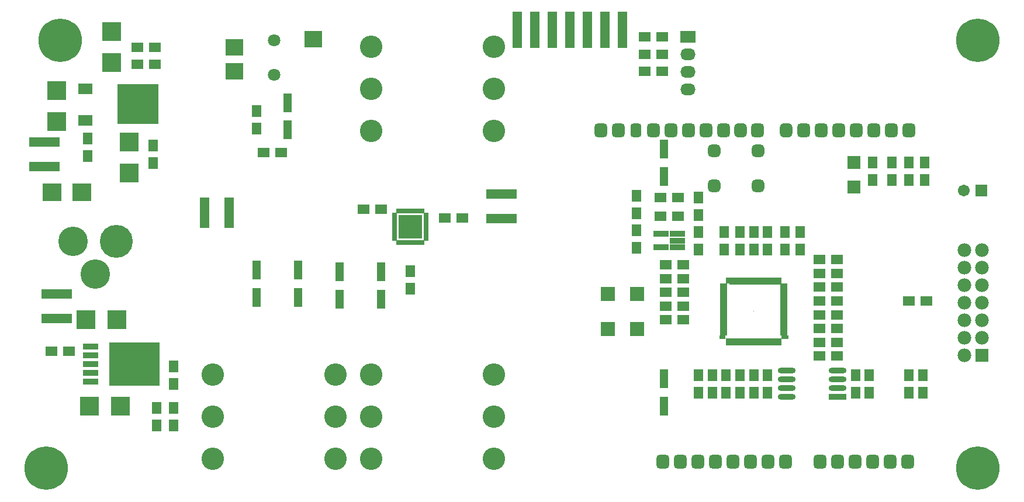
<source format=gts>
%FSTAX24Y24*%
%MOIN*%
%SFA1B1*%

%IPPOS*%
%AMD102*
4,1,8,0.016700,0.039400,-0.016700,0.039400,-0.037400,0.018700,-0.037400,-0.018700,-0.016700,-0.039400,0.016700,-0.039400,0.037400,-0.018700,0.037400,0.018700,0.016700,0.039400,0.0*
1,1,0.041400,0.016700,0.018700*
1,1,0.041400,-0.016700,0.018700*
1,1,0.041400,-0.016700,-0.018700*
1,1,0.041400,0.016700,-0.018700*
%
%AMD103*
4,1,8,0.013700,0.039400,-0.013700,0.039400,-0.031500,0.021600,-0.031500,-0.021600,-0.013700,-0.039400,0.013700,-0.039400,0.031500,-0.021600,0.031500,0.021600,0.013700,0.039400,0.0*
1,1,0.035600,0.013700,0.021600*
1,1,0.035600,-0.013700,0.021600*
1,1,0.035600,-0.013700,-0.021600*
1,1,0.035600,0.013700,-0.021600*
%
%AMD104*
4,1,8,0.015800,0.039400,-0.015800,0.039400,-0.035500,0.019700,-0.035500,-0.019700,-0.015800,-0.039400,0.015800,-0.039400,0.035500,-0.019700,0.035500,0.019700,0.015800,0.039400,0.0*
1,1,0.039400,0.015800,0.019700*
1,1,0.039400,-0.015800,0.019700*
1,1,0.039400,-0.015800,-0.019700*
1,1,0.039400,0.015800,-0.019700*
%
%AMD110*
4,1,8,0.015800,0.035500,-0.015800,0.035500,-0.035500,0.015800,-0.035500,-0.015800,-0.015800,-0.035500,0.015800,-0.035500,0.035500,-0.015800,0.035500,0.015800,0.015800,0.035500,0.0*
1,1,0.039400,0.015800,0.015800*
1,1,0.039400,-0.015800,0.015800*
1,1,0.039400,-0.015800,-0.015800*
1,1,0.039400,0.015800,-0.015800*
%
%ADD73R,0.058000X0.068000*%
%ADD74R,0.053000X0.178000*%
%ADD75R,0.068000X0.058000*%
%ADD76R,0.102000X0.033000*%
%ADD77O,0.102000X0.033000*%
%ADD78R,0.048000X0.108000*%
%ADD79R,0.079000X0.079000*%
%ADD80R,0.021000X0.041500*%
%ADD81R,0.041500X0.021000*%
%ADD82R,0.021000X0.037600*%
%ADD83R,0.037600X0.021000*%
%ADD84R,0.001000X0.001000*%
%ADD85R,0.073000X0.073000*%
%ADD86R,0.088000X0.033000*%
%ADD87R,0.058000X0.208000*%
%ADD88R,0.102500X0.096600*%
%ADD89R,0.106400X0.106400*%
%ADD90R,0.238000X0.228000*%
%ADD91R,0.080000X0.064000*%
%ADD92R,0.106400X0.098500*%
%ADD93R,0.178000X0.053000*%
%ADD94R,0.106400X0.106400*%
%ADD95R,0.288000X0.248000*%
%ADD96R,0.088000X0.038000*%
%ADD97R,0.027700X0.019800*%
%ADD98R,0.031600X0.019800*%
%ADD99R,0.019800X0.027700*%
%ADD100R,0.019800X0.031600*%
%ADD101R,0.134000X0.134000*%
G04~CAMADD=102~8~0.0~0.0~749.0~789.0~207.0~0.0~15~0.0~0.0~0.0~0.0~0~0.0~0.0~0.0~0.0~0~0.0~0.0~0.0~0.0~749.0~789.0*
%ADD102D102*%
G04~CAMADD=103~8~0.0~0.0~631.0~789.0~178.0~0.0~15~0.0~0.0~0.0~0.0~0~0.0~0.0~0.0~0.0~0~0.0~0.0~0.0~0.0~631.0~789.0*
%ADD103D103*%
G04~CAMADD=104~8~0.0~0.0~710.0~789.0~197.0~0.0~15~0.0~0.0~0.0~0.0~0~0.0~0.0~0.0~0.0~0~0.0~0.0~0.0~0.0~710.0~789.0*
%ADD104D104*%
%ADD105C,0.248000*%
%ADD106C,0.078000*%
%ADD107R,0.078000X0.078000*%
%ADD108R,0.067100X0.067100*%
%ADD109C,0.067100*%
G04~CAMADD=110~8~0.0~0.0~710.0~710.0~197.0~0.0~15~0.0~0.0~0.0~0.0~0~0.0~0.0~0.0~0.0~0~0.0~0.0~0.0~0.0~710.0~710.0*
%ADD110D110*%
%ADD111O,0.086700X0.067100*%
%ADD112R,0.086700X0.067100*%
%ADD113C,0.128000*%
%ADD114C,0.071000*%
%ADD115C,0.168000*%
%ADD116C,0.188000*%
%LNpcb1-1*%
%LPD*%
G36*
X15189Y082343D02*
X151693D01*
Y082421*
X15189*
Y082343*
G37*
G36*
X150079D02*
X149882D01*
Y082421*
X150079*
Y082343*
G37*
G36*
X15189Y082146D02*
X151713D01*
X151693Y082165*
Y082224*
X15189*
Y082146*
G37*
G36*
X150079Y082165D02*
X150059Y082146D01*
X149882*
Y082224*
X150079*
Y082165*
G37*
G36*
Y082539D02*
X149882D01*
Y082618*
X150079*
Y082539*
G37*
G36*
Y082736D02*
X149882D01*
Y082815*
X150079*
Y082736*
G37*
G36*
X151348Y083396D02*
X151407Y083337D01*
Y082352*
X150364*
Y083396*
X151348*
G37*
G36*
X15189Y082618D02*
Y082539D01*
X151693*
Y082618*
X15189*
G37*
G36*
X15063Y08187D02*
X150551D01*
Y082067*
X15063*
Y08187*
G37*
G36*
X150827D02*
X150748D01*
Y082067*
X150827*
Y08187*
G37*
G36*
X150236D02*
X150157D01*
Y082047*
X150177Y082067*
X150236*
Y08187*
G37*
G36*
X150433D02*
X150354D01*
Y082067*
X150433*
Y08187*
G37*
G36*
X151417D02*
X151339D01*
Y082067*
X151417*
Y08187*
G37*
G36*
X151614Y082047D02*
Y08187D01*
X151535*
Y082067*
X151594*
X151614Y082047*
G37*
G36*
X151024Y08187D02*
X150945D01*
Y082067*
X151024*
Y08187*
G37*
G36*
X15122D02*
X151142D01*
Y082067*
X15122*
Y08187*
G37*
G36*
X15189Y082736D02*
X151693D01*
Y082815*
X15189*
Y082736*
G37*
G36*
X15063Y083681D02*
X150551D01*
Y083878*
X15063*
Y083681*
G37*
G36*
X150827D02*
X150748D01*
Y083878*
X150827*
Y083681*
G37*
G36*
X150236D02*
X150177D01*
X150157Y083701*
Y083878*
X150236*
Y083681*
G37*
G36*
X150433D02*
X150354D01*
Y083878*
X150433*
Y083681*
G37*
G36*
X151417D02*
X151339D01*
Y083878*
X151417*
Y083681*
G37*
G36*
X151614Y083701D02*
X151594Y083681D01*
X151535*
Y083878*
X151614*
Y083701*
G37*
G36*
X151024Y083681D02*
X150945D01*
Y083878*
X151024*
Y083681*
G37*
G36*
X15122D02*
X151142D01*
Y083878*
X15122*
Y083681*
G37*
G36*
X150079Y083209D02*
Y08313D01*
X149882*
Y083209*
X150079*
G37*
G36*
X15189Y08313D02*
X151693D01*
Y083209*
X15189*
Y08313*
G37*
G36*
X150079Y082933D02*
X149882D01*
Y083012*
X150079*
Y082933*
G37*
G36*
X15189D02*
X151693D01*
Y083012*
X15189*
Y082933*
G37*
G36*
X150079Y083583D02*
Y083524D01*
X149882*
Y083602*
X150059*
X150079Y083583*
G37*
G36*
X15189Y083524D02*
X151693D01*
Y083583*
X151713Y083602*
X15189*
Y083524*
G37*
G36*
X150079Y083327D02*
X149882D01*
Y083406*
X150079*
Y083327*
G37*
G36*
X15189D02*
X151693D01*
Y083406*
X15189*
Y083327*
G37*
G54D73*
X13622Y087508D03*
Y086508D03*
X150886Y080323D03*
Y079323D03*
X180118Y074417D03*
Y073417D03*
X179331Y074417D03*
Y073417D03*
X177067D03*
Y074417D03*
X17628Y073417D03*
Y074417D03*
X17126Y073417D03*
Y074417D03*
X170472Y073417D03*
Y074417D03*
X169685D03*
Y073417D03*
X168898D03*
Y074417D03*
X16811Y073417D03*
Y074417D03*
X167323Y073417D03*
Y074417D03*
X168799Y082587D03*
Y081587D03*
X169685D03*
Y082587D03*
X170472Y081587D03*
Y082587D03*
X17126D03*
Y081587D03*
X172244D03*
Y082587D03*
X17313Y081587D03*
Y082587D03*
X180217Y085524D03*
Y086524D03*
X179331D03*
Y085524D03*
X178346Y086524D03*
Y085524D03*
X177264D03*
Y086524D03*
X167323Y081587D03*
Y082587D03*
Y083555D03*
Y084555D03*
X16378Y082685D03*
Y081685D03*
Y083654D03*
Y084654D03*
X142126Y089476D03*
Y088476D03*
X13248Y087902D03*
Y086902D03*
X137402Y072547D03*
Y071547D03*
X136417D03*
Y072547D03*
X137402Y074909D03*
Y073909D03*
G54D74*
X140562Y083661D03*
X139162D03*
G54D75*
X179323Y078642D03*
X180323D03*
X165445Y077559D03*
X166445D03*
Y078346D03*
X165445D03*
X166445Y079134D03*
X165445D03*
X166445Y079921D03*
X165445D03*
X166445Y080709D03*
X165445D03*
X175205Y075492D03*
X174205D03*
X175205Y07628D03*
X174205D03*
X175205Y077067D03*
X174205D03*
X175205Y077854D03*
X174205D03*
X175205Y078642D03*
X174205D03*
X175205Y079429D03*
X174205D03*
X175205Y080217D03*
X174205D03*
X175205Y081004D03*
X174205D03*
X16615Y083465D03*
X16515D03*
X16615Y084547D03*
X16515D03*
X165264Y091732D03*
X164264D03*
X165264Y092717D03*
X164264D03*
X165264Y093701D03*
X164264D03*
X142512Y087106D03*
X143512D03*
X135327Y092126D03*
X136327D03*
Y09311D03*
X135327D03*
X131406Y075787D03*
X130406D03*
X14822Y083858D03*
X14922D03*
X152846Y083366D03*
X153846D03*
G54D76*
X175269Y073167D03*
G54D77*
X175269Y073667D03*
Y074167D03*
Y074667D03*
X172369D03*
Y074167D03*
Y073667D03*
Y073167D03*
G54D78*
X165354Y0742D03*
Y07265D03*
Y087291D03*
Y085741D03*
X143898Y088398D03*
Y089948D03*
X142126Y078851D03*
Y080401D03*
X144488Y078851D03*
Y080401D03*
X14685Y080303D03*
Y078753D03*
X149213Y080303D03*
Y078753D03*
G54D79*
X162167Y079051D03*
Y077051D03*
X163817D03*
Y079051D03*
G54D80*
X168996Y076321D03*
X169193D03*
X16939D03*
X169587D03*
X169783D03*
X16998D03*
X170177D03*
X170374D03*
X170571D03*
X170768D03*
X170965D03*
X171161D03*
X171358D03*
X171555D03*
X171752D03*
X171949D03*
Y079781D03*
X171752D03*
X171555D03*
X171358D03*
X171161D03*
X170965D03*
X170768D03*
X170571D03*
X170374D03*
X170177D03*
X16998D03*
X169783D03*
X169587D03*
X16939D03*
X169193D03*
G54D81*
X172244Y076575D03*
X172202Y076772D03*
Y076968D03*
Y077165D03*
Y077362D03*
Y077559D03*
Y077756D03*
Y077953D03*
Y07815D03*
Y078346D03*
Y078543D03*
Y07874D03*
Y078937D03*
Y079134D03*
Y079331D03*
Y079528D03*
X168742D03*
Y079331D03*
Y079134D03*
Y078937D03*
Y07874D03*
Y078543D03*
Y078346D03*
Y07815D03*
Y077953D03*
Y077756D03*
Y077559D03*
Y077362D03*
Y077165D03*
Y076968D03*
Y076772D03*
G54D82*
X168996Y079803D03*
G54D83*
X168701Y076575D03*
G54D84*
X170472Y078051D03*
G54D85*
X176181Y086527D03*
Y085127D03*
G54D86*
X166125Y081713D03*
Y082087D03*
Y082461D03*
X165175D03*
Y081713D03*
G54D87*
X162992Y094094D03*
X161992D03*
X160992D03*
X159992D03*
X158992D03*
X157992D03*
X156992D03*
G54D88*
X145354Y093583D03*
X140866Y091732D03*
Y09311D03*
G54D89*
X133858Y09399D03*
Y09223D03*
X130709Y090644D03*
Y088884D03*
X134843Y085931D03*
Y087691D03*
G54D90*
X135348Y089861D03*
G54D91*
X132368Y088941D03*
Y090741D03*
G54D92*
X132149Y084853D03*
X130449Y084833D03*
G54D93*
X13002Y087708D03*
Y086308D03*
X130709Y077646D03*
Y079046D03*
X156102Y083355D03*
Y084755D03*
G54D94*
X134148Y077559D03*
X132388D03*
X134345Y072638D03*
X132585D03*
G54D95*
X135149Y07505D03*
G54D96*
X132649Y07405D03*
Y07455D03*
Y07555D03*
Y07605D03*
Y07505D03*
G54D97*
X151791Y083563D03*
Y082185D03*
X14998D03*
G54D98*
X151791Y083366D03*
Y083169D03*
Y082972D03*
Y082776D03*
Y082579D03*
Y082382D03*
X14998D03*
Y082579D03*
Y082776D03*
Y082972D03*
Y083169D03*
Y083366D03*
Y083563D03*
G54D99*
X151575Y081968D03*
X150197D03*
X151575Y08378D03*
G54D100*
X151378Y081968D03*
X151181D03*
X150984D03*
X150787D03*
X150591D03*
X150394D03*
X150197Y08378D03*
X150394D03*
X150591D03*
X150787D03*
X150984D03*
X151181D03*
X151378D03*
G54D101*
X150886Y082874D03*
G54D102*
X165741Y088384D03*
X164741D03*
X162741D03*
X161741D03*
X166741D03*
X167741D03*
X168741D03*
X170698D03*
X172284Y069486D03*
X171284D03*
X170284D03*
X169284D03*
X168284D03*
X167284D03*
X166284D03*
X165284D03*
X174261D03*
X175261D03*
X176261D03*
X177261D03*
X178261D03*
X179261D03*
X179316Y088384D03*
X178316D03*
X177316D03*
X176316D03*
X175316D03*
X174316D03*
X173316D03*
G54D103*
X163741Y088384D03*
G54D104*
X169713Y088384D03*
X172316D03*
G54D105*
X130906Y093504D03*
X183268Y069094D03*
X130118D03*
X183268Y093504D03*
G54D106*
X182472Y081543D03*
X183472D03*
X182472Y080543D03*
X183472D03*
X182472Y079543D03*
X183472D03*
X182472Y078543D03*
X183472D03*
X182472Y077543D03*
X183472D03*
X182472Y076543D03*
X183472D03*
X182472Y075543D03*
G54D107*
X183472Y075543D03*
G54D108*
X183465Y084941D03*
G54D109*
X182465Y084941D03*
G54D110*
X168209Y085205D03*
X170709Y087205D03*
X168209D03*
X170709Y085205D03*
G54D111*
X166732Y090701D03*
Y091701D03*
Y092701D03*
G54D112*
X166732Y093701D03*
G54D113*
X148665Y088348D03*
Y090748D03*
Y093148D03*
X155665Y088348D03*
Y090748D03*
Y093148D03*
X14661Y074447D03*
Y072047D03*
Y069647D03*
X13961Y074447D03*
Y072047D03*
Y069647D03*
X155665Y074447D03*
Y072047D03*
Y069647D03*
X148665Y074447D03*
Y072047D03*
Y069647D03*
G54D114*
X14311Y093504D03*
Y091535D03*
G54D115*
X131644Y082047D03*
X132924Y080157D03*
G54D116*
X134104Y082047D03*
M02*
</source>
